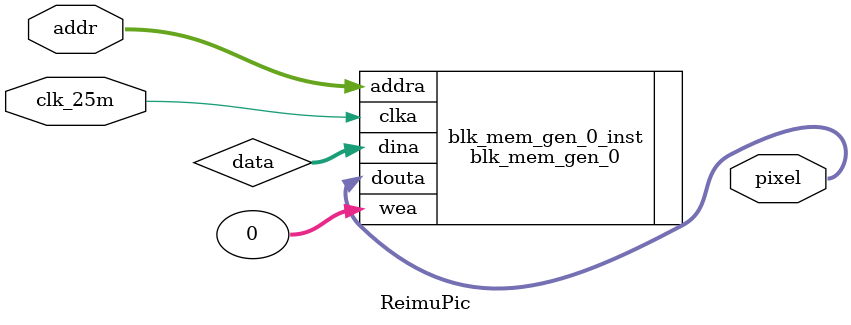
<source format=v>
module ReimuPic(clk_25m, addr, pixel);
	input clk_25m;
	input [16:0]addr;
	output [11:0]pixel;
	wire [11:0] data;
	
	blk_mem_gen_0 blk_mem_gen_0_inst(
      .clka(clk_25m),
      .wea(0),
      .addra(addr),
      .dina(data[11:0]),
      .douta(pixel)
    ); 
endmodule
</source>
